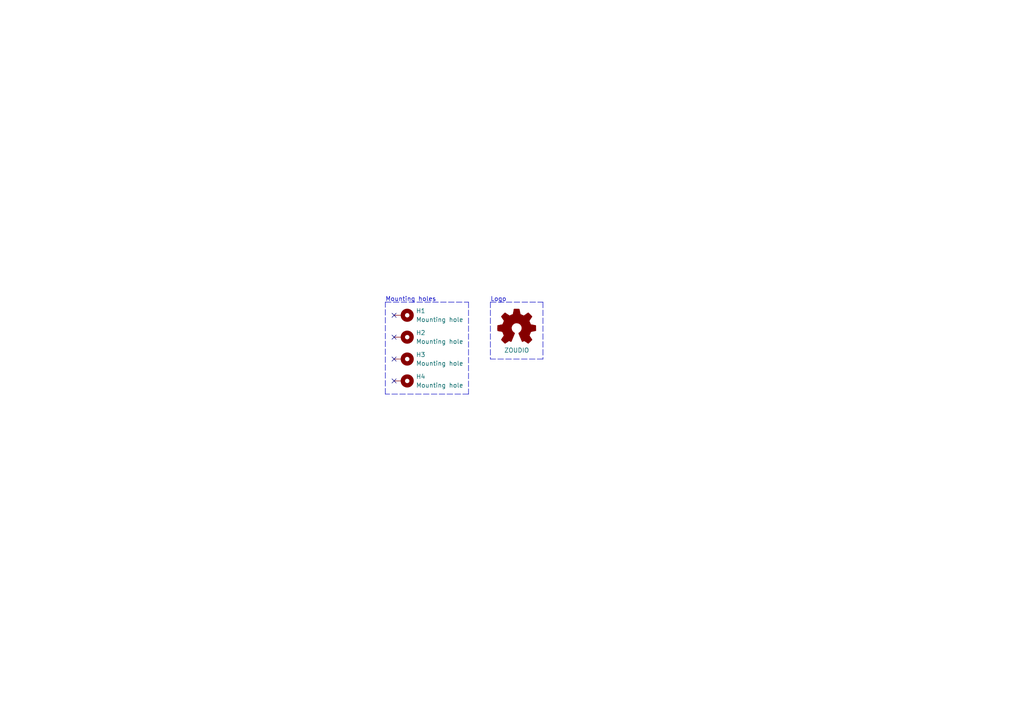
<source format=kicad_sch>
(kicad_sch (version 20211123) (generator eeschema)
  (paper "A4")
  (title_block (title "AIO438-Mainboard-TPCB") (date "2022-04-27") (rev "0.1") (company "ZOUDIO"))
  (lib_symbols
    (symbol "Graphic:Logo_Open_Hardware_Small" (pin_names (offset 1.016))
      (symbol "Logo_Open_Hardware_Small_0_1"
        (polyline (pts (xy 3.3528 -4.3434) (xy 3.302 -4.318) (xy 3.175 -4.2418) (xy 2.9972 -4.1148) (xy 2.7686 -3.9624) (xy 2.54 -3.81) (xy 2.3622 -3.7084) (xy 2.2352 -3.6068) (xy 2.1844 -3.5814) (xy 2.159 -3.6068) (xy 2.0574 -3.6576) (xy 1.905 -3.7338) (xy 1.8034 -3.7846) (xy 1.6764 -3.8354) (xy 1.6002 -3.8354) (xy 1.6002 -3.8354) (xy 1.5494 -3.7338) (xy 1.4732 -3.5306) (xy 1.3462 -3.302) (xy 1.2446 -3.0226) (xy 1.1176 -2.7178) (xy 0.9652 -2.413) (xy 0.8636 -2.1082) (xy 0.7366 -1.8288) (xy 0.6604 -1.6256) (xy 0.6096 -1.4732) (xy 0.5842 -1.397) (xy 0.5842 -1.397) (xy 0.6604 -1.3208) (xy 0.7874 -1.2446) (xy 1.0414 -1.016) (xy 1.2954 -0.6858) (xy 1.4478 -0.3302) (xy 1.524 0.0762) (xy 1.4732 0.4572) (xy 1.3208 0.8128) (xy 1.0668 1.143) (xy 0.762 1.3716) (xy 0.4064 1.524) (xy 0 1.5748) (xy -0.381 1.5494) (xy -0.7366 1.397) (xy -1.0668 1.143) (xy -1.2192 0.9906) (xy -1.397 0.6604) (xy -1.524 0.3048) (xy -1.524 0.2286) (xy -1.4986 -0.1778) (xy -1.397 -0.5334) (xy -1.1938 -0.8636) (xy -0.9144 -1.143) (xy -0.8636 -1.1684) (xy -0.7366 -1.27) (xy -0.635 -1.3462) (xy -0.5842 -1.397) (xy -1.0668 -2.5908) (xy -1.143 -2.794) (xy -1.2954 -3.1242) (xy -1.397 -3.4036) (xy -1.4986 -3.6322) (xy -1.5748 -3.7846) (xy -1.6002 -3.8354) (xy -1.6002 -3.8354) (xy -1.651 -3.8354) (xy -1.7272 -3.81) (xy -1.905 -3.7338) (xy -2.0066 -3.683) (xy -2.1336 -3.6068) (xy -2.2098 -3.5814) (xy -2.2606 -3.6068) (xy -2.3622 -3.683) (xy -2.54 -3.81) (xy -2.7686 -3.9624) (xy -2.9718 -4.0894) (xy -3.1496 -4.2164) (xy -3.302 -4.318) (xy -3.3528 -4.3434) (xy -3.3782 -4.3434) (xy -3.429 -4.318) (xy -3.5306 -4.2164) (xy -3.7084 -4.064) (xy -3.937 -3.8354) (xy -3.9624 -3.81) (xy -4.1656 -3.6068) (xy -4.318 -3.4544) (xy -4.4196 -3.3274) (xy -4.445 -3.2766) (xy -4.445 -3.2766) (xy -4.4196 -3.2258) (xy -4.318 -3.0734) (xy -4.2164 -2.8956) (xy -4.064 -2.667) (xy -3.6576 -2.0828) (xy -3.8862 -1.5494) (xy -3.937 -1.3716) (xy -4.0386 -1.1684) (xy -4.0894 -1.0414) (xy -4.1148 -0.9652) (xy -4.191 -0.9398) (xy -4.318 -0.9144) (xy -4.5466 -0.8636) (xy -4.8006 -0.8128) (xy -5.0546 -0.7874) (xy -5.2578 -0.7366) (xy -5.4356 -0.7112) (xy -5.5118 -0.6858) (xy -5.5118 -0.6858) (xy -5.5372 -0.635) (xy -5.5372 -0.5588) (xy -5.5372 -0.4318) (xy -5.5626 -0.2286) (xy -5.5626 0.0762) (xy -5.5626 0.127) (xy -5.5372 0.4064) (xy -5.5372 0.635) (xy -5.5372 0.762) (xy -5.5372 0.8382) (xy -5.5372 0.8382) (xy -5.461 0.8382) (xy -5.3086 0.889) (xy -5.08 0.9144) (xy -4.826 0.9652) (xy -4.8006 0.9906) (xy -4.5466 1.0414) (xy -4.318 1.0668) (xy -4.1656 1.1176) (xy -4.0894 1.143) (xy -4.0894 1.143) (xy -4.0386 1.2446) (xy -3.9624 1.4224) (xy -3.8608 1.6256) (xy -3.7846 1.8288) (xy -3.7084 2.0066) (xy -3.6576 2.159) (xy -3.6322 2.2098) (xy -3.6322 2.2098) (xy -3.683 2.286) (xy -3.7592 2.413) (xy -3.8862 2.5908) (xy -4.064 2.8194) (xy -4.064 2.8448) (xy -4.2164 3.0734) (xy -4.3434 3.2512) (xy -4.4196 3.3782) (xy -4.445 3.4544) (xy -4.445 3.4544) (xy -4.3942 3.5052) (xy -4.2926 3.6322) (xy -4.1148 3.81) (xy -3.937 4.0132) (xy -3.8608 4.064) (xy -3.6576 4.2926) (xy -3.5052 4.4196) (xy -3.4036 4.4958) (xy -3.3528 4.5212) (xy -3.3528 4.5212) (xy -3.302 4.4704) (xy -3.1496 4.3688) (xy -2.9718 4.2418) (xy -2.7432 4.0894) (xy -2.7178 4.0894) (xy -2.4892 3.937) (xy -2.3114 3.81) (xy -2.1844 3.7084) (xy -2.1336 3.683) (xy -2.1082 3.683) (xy -2.032 3.7084) (xy -1.8542 3.7592) (xy -1.6764 3.8354) (xy -1.4732 3.937) (xy -1.27 4.0132) (xy -1.143 4.064) (xy -1.0668 4.1148) (xy -1.0668 4.1148) (xy -1.0414 4.191) (xy -1.016 4.3434) (xy -0.9652 4.572) (xy -0.9144 4.8514) (xy -0.889 4.9022) (xy -0.8382 5.1562) (xy -0.8128 5.3848) (xy -0.7874 5.5372) (xy -0.762 5.588) (xy -0.7112 5.6134) (xy -0.5842 5.6134) (xy -0.4064 5.6134) (xy -0.1524 5.6134) (xy 0.0762 5.6134) (xy 0.3302 5.6134) (xy 0.5334 5.6134) (xy 0.6858 5.588) (xy 0.7366 5.588) (xy 0.7366 5.588) (xy 0.762 5.5118) (xy 0.8128 5.334) (xy 0.8382 5.1054) (xy 0.9144 4.826) (xy 0.9144 4.7752) (xy 0.9652 4.5212) (xy 1.016 4.2926) (xy 1.0414 4.1402) (xy 1.0668 4.0894) (xy 1.0668 4.0894) (xy 1.1938 4.0386) (xy 1.3716 3.9624) (xy 1.5748 3.8608) (xy 2.0828 3.6576) (xy 2.7178 4.0894) (xy 2.7686 4.1402) (xy 2.9972 4.2926) (xy 3.175 4.4196) (xy 3.302 4.4958) (xy 3.3782 4.5212) (xy 3.3782 4.5212) (xy 3.429 4.4704) (xy 3.556 4.3434) (xy 3.7338 4.191) (xy 3.9116 3.9878) (xy 4.064 3.8354) (xy 4.2418 3.6576) (xy 4.3434 3.556) (xy 4.4196 3.4798) (xy 4.4196 3.429) (xy 4.4196 3.4036) (xy 4.3942 3.3274) (xy 4.2926 3.2004) (xy 4.1656 2.9972) (xy 4.0132 2.794) (xy 3.8862 2.5908) (xy 3.7592 2.3876) (xy 3.6576 2.2352) (xy 3.6322 2.159) (xy 3.6322 2.1336) (xy 3.683 2.0066) (xy 3.7592 1.8288) (xy 3.8608 1.6002) (xy 4.064 1.1176) (xy 4.3942 1.0414) (xy 4.5974 1.016) (xy 4.8768 0.9652) (xy 5.1308 0.9144) (xy 5.5372 0.8382) (xy 5.5626 -0.6604) (xy 5.4864 -0.6858) (xy 5.4356 -0.6858) (xy 5.2832 -0.7366) (xy 5.0546 -0.762) (xy 4.8006 -0.8128) (xy 4.5974 -0.8636) (xy 4.3688 -0.9144) (xy 4.2164 -0.9398) (xy 4.1402 -0.9398) (xy 4.1148 -0.9652) (xy 4.064 -1.0668) (xy 3.9878 -1.2446) (xy 3.9116 -1.4478) (xy 3.81 -1.651) (xy 3.7338 -1.8542) (xy 3.683 -2.0066) (xy 3.6576 -2.0828) (xy 3.683 -2.1336) (xy 3.7846 -2.2606) (xy 3.8862 -2.4638) (xy 4.0386 -2.667) (xy 4.191 -2.8956) (xy 4.318 -3.0734) (xy 4.3942 -3.2004) (xy 4.445 -3.2766) (xy 4.4196 -3.3274) (xy 4.3434 -3.429) (xy 4.1656 -3.5814) (xy 3.937 -3.8354) (xy 3.8862 -3.8608) (xy 3.683 -4.064) (xy 3.5306 -4.2164) (xy 3.4036 -4.318) (xy 3.3528 -4.3434)) (fill (type outline)))
      )
    )
    (symbol "Mechanical:MountingHole_Pad" (pin_numbers hide) (pin_names (offset 1.016) hide)
      (property "Reference" "H" (at 0 6.35 0))
      (property "Value" "MountingHole_Pad" (at 0 4.445 0))
      (symbol "MountingHole_Pad_0_1"
        (circle (center 0 1.27) (radius 1.27) (stroke (width 1.27)))
      )
      (symbol "MountingHole_Pad_1_1"
        (pin input line (at 0 -2.54 90) (length 2.54) (name "1") (number "1"))
      )
    )
  )
  (no_connect (at 114.3 97.79))
  (no_connect (at 114.3 91.44))
  (no_connect (at 114.3 110.49))
  (no_connect (at 114.3 104.14))
  (polyline (pts (xy 157.48 87.63) (xy 157.48 104.14)))
  (polyline (pts (xy 111.76 87.63) (xy 135.89 87.63)))
  (polyline (pts (xy 157.48 104.14) (xy 142.24 104.14)))
  (polyline (pts (xy 142.24 87.63) (xy 142.24 104.14)))
  (polyline (pts (xy 142.24 87.63) (xy 157.48 87.63)))
  (polyline (pts (xy 135.89 114.3) (xy 111.76 114.3)))
  (polyline (pts (xy 111.76 114.3) (xy 111.76 87.63)))
  (polyline (pts (xy 135.89 87.63) (xy 135.89 114.3)))
  (text "Mounting holes" (at 111.76 87.63 0) (effects (font (size 1.27 1.27)) (justify left bottom)))
  (text "Logo" (at 142.24 87.63 0) (effects (font (size 1.27 1.27)) (justify left bottom)))
  (symbol (lib_id "Mechanical:MountingHole_Pad") (at 116.84 91.44 270) (unit 1)
    (property "Reference" "H1" (at 120.65 90.17 90) (effects (justify left)))
    (property "Value" "Mounting hole" (at 120.65 92.71 90) (effects (justify left)))
    (property "Footprint" "MountingHole:MountingHole_3.2mm_M3_Pad_Via" (effects hide))
    (property "Config" "dnp" (effects hide))
  )
  (symbol (lib_id "Mechanical:MountingHole_Pad") (at 116.84 97.79 270) (unit 1)
    (property "Reference" "H2" (at 120.65 96.52 90) (effects (justify left)))
    (property "Value" "Mounting hole" (at 120.65 99.06 90) (effects (justify left)))
    (property "Footprint" "MountingHole:MountingHole_3.2mm_M3_Pad_Via" (effects hide))
    (property "Config" "dnp" (effects hide))
  )
  (symbol (lib_id "Mechanical:MountingHole_Pad") (at 116.84 104.14 270) (unit 1)
    (property "Reference" "H3" (at 120.65 102.87 90) (effects (justify left)))
    (property "Value" "Mounting hole" (at 120.65 105.41 90) (effects (justify left)))
    (property "Footprint" "MountingHole:MountingHole_3.2mm_M3_Pad_Via" (effects hide))
    (property "Config" "dnp" (effects hide))
  )
  (symbol (lib_id "Mechanical:MountingHole_Pad") (at 116.84 110.49 270) (unit 1)
    (property "Reference" "H4" (at 120.65 109.22 90) (effects (justify left)))
    (property "Value" "Mounting hole" (at 120.65 111.76 90) (effects (justify left)))
    (property "Footprint" "MountingHole:MountingHole_3.2mm_M3_Pad_Via" (effects hide))
    (property "Config" "dnp" (effects hide))
  )
  (symbol (lib_id "Graphic:Logo_Open_Hardware_Small") (at 149.86 95.25 0) (unit 1)
    (property "Reference" "LOGO1" (effects hide))
    (property "Value" "ZOUDIO" (at 149.86 101.6 0))
    (property "Footprint" "zoudio_footprints:ZOUDIO25mm_mask" (effects hide))
    (property "Config" "dnp" (effects hide))
  )
)
</source>
